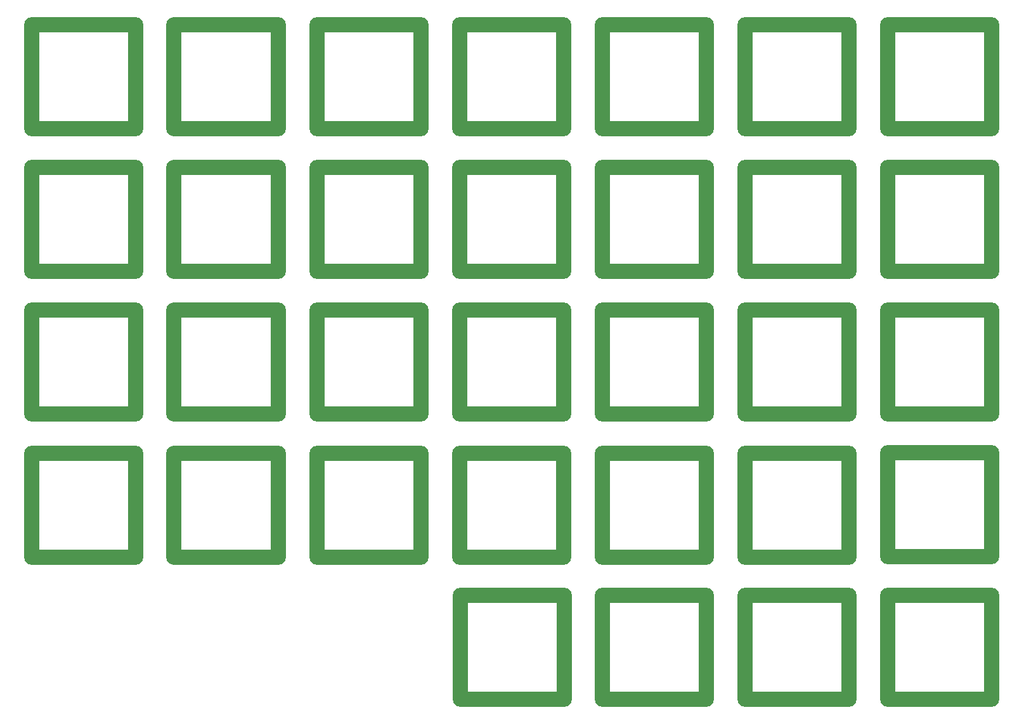
<source format=gbr>
%TF.GenerationSoftware,KiCad,Pcbnew,(7.0.0-0)*%
%TF.CreationDate,2023-03-07T00:12:56+09:00*%
%TF.ProjectId,11111_plates,31313131-315f-4706-9c61-7465732e6b69,rev?*%
%TF.SameCoordinates,Original*%
%TF.FileFunction,Copper,L2,Bot*%
%TF.FilePolarity,Positive*%
%FSLAX46Y46*%
G04 Gerber Fmt 4.6, Leading zero omitted, Abs format (unit mm)*
G04 Created by KiCad (PCBNEW (7.0.0-0)) date 2023-03-07 00:12:56*
%MOMM*%
%LPD*%
G01*
G04 APERTURE LIST*
%TA.AperFunction,ComponentPad*%
%ADD10O,15.900000X2.000000*%
%TD*%
%TA.AperFunction,ComponentPad*%
%ADD11O,2.000000X15.900000*%
%TD*%
G04 APERTURE END LIST*
D10*
%TO.P,SW46,1*%
%TO.N,N/C*%
X95884999Y-88356050D03*
X95884999Y-102256050D03*
D11*
X88934999Y-95306050D03*
X102834999Y-95306050D03*
%TD*%
D10*
%TO.P,SW34,1*%
%TO.N,N/C*%
X133984999Y-69186050D03*
X133984999Y-83086050D03*
D11*
X127034999Y-76136050D03*
X140934999Y-76136050D03*
%TD*%
D10*
%TO.P,SW15,1*%
%TO.N,N/C*%
X38734999Y-50136050D03*
X38734999Y-64036050D03*
D11*
X31784999Y-57086050D03*
X45684999Y-57086050D03*
%TD*%
D10*
%TO.P,SW45,1*%
%TO.N,N/C*%
X76834999Y-88356050D03*
X76834999Y-102256050D03*
D11*
X69884999Y-95306050D03*
X83784999Y-95306050D03*
%TD*%
D10*
%TO.P,SW57,1*%
%TO.N,N/C*%
X95944999Y-107286050D03*
X95944999Y-121186050D03*
D11*
X88994999Y-114236050D03*
X102894999Y-114236050D03*
%TD*%
D10*
%TO.P,SW1,1*%
%TO.N,N/C*%
X38734999Y-31086050D03*
X38734999Y-44986050D03*
D11*
X31784999Y-38036050D03*
X45684999Y-38036050D03*
%TD*%
D10*
%TO.P,SW58,1*%
%TO.N,N/C*%
X114934999Y-107286050D03*
X114934999Y-121186050D03*
D11*
X107984999Y-114236050D03*
X121884999Y-114236050D03*
%TD*%
D10*
%TO.P,SW16,1*%
%TO.N,N/C*%
X57714999Y-50136050D03*
X57714999Y-64036050D03*
D11*
X50764999Y-57086050D03*
X64664999Y-57086050D03*
%TD*%
D10*
%TO.P,SW19,1*%
%TO.N,N/C*%
X114934999Y-50136050D03*
X114934999Y-64036050D03*
D11*
X107984999Y-57086050D03*
X121884999Y-57086050D03*
%TD*%
D10*
%TO.P,SW43,1*%
%TO.N,N/C*%
X38734999Y-88356050D03*
X38734999Y-102256050D03*
D11*
X31784999Y-95306050D03*
X45684999Y-95306050D03*
%TD*%
D10*
%TO.P,SW47,1*%
%TO.N,N/C*%
X114934999Y-88356050D03*
X114934999Y-102256050D03*
D11*
X107984999Y-95306050D03*
X121884999Y-95306050D03*
%TD*%
D10*
%TO.P,SW35,1*%
%TO.N,N/C*%
X153034999Y-69186050D03*
X153034999Y-83086050D03*
D11*
X146084999Y-76136050D03*
X159984999Y-76136050D03*
%TD*%
D10*
%TO.P,SW30,1*%
%TO.N,N/C*%
X57714999Y-69186050D03*
X57714999Y-83086050D03*
D11*
X50764999Y-76136050D03*
X64664999Y-76136050D03*
%TD*%
D10*
%TO.P,SW33,1*%
%TO.N,N/C*%
X114934999Y-69186050D03*
X114934999Y-83086050D03*
D11*
X107984999Y-76136050D03*
X121884999Y-76136050D03*
%TD*%
D10*
%TO.P,SW6,1*%
%TO.N,N/C*%
X133984999Y-31086050D03*
X133984999Y-44986050D03*
D11*
X127034999Y-38036050D03*
X140934999Y-38036050D03*
%TD*%
D10*
%TO.P,SW44,1*%
%TO.N,N/C*%
X57714999Y-88356050D03*
X57714999Y-102256050D03*
D11*
X50764999Y-95306050D03*
X64664999Y-95306050D03*
%TD*%
D10*
%TO.P,SW49,1*%
%TO.N,N/C*%
X153034999Y-88236050D03*
X153034999Y-102136050D03*
D11*
X146084999Y-95186050D03*
X159984999Y-95186050D03*
%TD*%
D10*
%TO.P,SW21,1*%
%TO.N,N/C*%
X153034999Y-50136050D03*
X153034999Y-64036050D03*
D11*
X146084999Y-57086050D03*
X159984999Y-57086050D03*
%TD*%
D10*
%TO.P,SW29,1*%
%TO.N,N/C*%
X38734999Y-69186050D03*
X38734999Y-83086050D03*
D11*
X31784999Y-76136050D03*
X45684999Y-76136050D03*
%TD*%
D10*
%TO.P,SW4,1*%
%TO.N,N/C*%
X95884999Y-31086050D03*
X95884999Y-44986050D03*
D11*
X88934999Y-38036050D03*
X102834999Y-38036050D03*
%TD*%
D10*
%TO.P,SW59,1*%
%TO.N,N/C*%
X133984999Y-107286050D03*
X133984999Y-121186050D03*
D11*
X127034999Y-114236050D03*
X140934999Y-114236050D03*
%TD*%
D10*
%TO.P,SW20,1*%
%TO.N,N/C*%
X133984999Y-50136050D03*
X133984999Y-64036050D03*
D11*
X127034999Y-57086050D03*
X140934999Y-57086050D03*
%TD*%
D10*
%TO.P,SW32,1*%
%TO.N,N/C*%
X95884999Y-69186050D03*
X95884999Y-83086050D03*
D11*
X88934999Y-76136050D03*
X102834999Y-76136050D03*
%TD*%
D10*
%TO.P,SW2,1*%
%TO.N,N/C*%
X57714999Y-31086050D03*
X57714999Y-44986050D03*
D11*
X50764999Y-38036050D03*
X64664999Y-38036050D03*
%TD*%
D10*
%TO.P,SW3,1*%
%TO.N,N/C*%
X76834999Y-31086050D03*
X76834999Y-44986050D03*
D11*
X69884999Y-38036050D03*
X83784999Y-38036050D03*
%TD*%
D10*
%TO.P,SW7,1*%
%TO.N,N/C*%
X153034999Y-31086050D03*
X153034999Y-44986050D03*
D11*
X146084999Y-38036050D03*
X159984999Y-38036050D03*
%TD*%
D10*
%TO.P,SW17,1*%
%TO.N,N/C*%
X76834999Y-50136050D03*
X76834999Y-64036050D03*
D11*
X69884999Y-57086050D03*
X83784999Y-57086050D03*
%TD*%
D10*
%TO.P,SW48,1*%
%TO.N,N/C*%
X133984999Y-88356050D03*
X133984999Y-102256050D03*
D11*
X127034999Y-95306050D03*
X140934999Y-95306050D03*
%TD*%
D10*
%TO.P,SW60,1*%
%TO.N,N/C*%
X153034999Y-107286050D03*
X153034999Y-121186050D03*
D11*
X146084999Y-114236050D03*
X159984999Y-114236050D03*
%TD*%
D10*
%TO.P,SW18,1*%
%TO.N,N/C*%
X95884999Y-50136050D03*
X95884999Y-64036050D03*
D11*
X88934999Y-57086050D03*
X102834999Y-57086050D03*
%TD*%
D10*
%TO.P,SW31,1*%
%TO.N,N/C*%
X76834999Y-69186050D03*
X76834999Y-83086050D03*
D11*
X69884999Y-76136050D03*
X83784999Y-76136050D03*
%TD*%
D10*
%TO.P,SW5,1*%
%TO.N,N/C*%
X114934999Y-31086050D03*
X114934999Y-44986050D03*
D11*
X107984999Y-38036050D03*
X121884999Y-38036050D03*
%TD*%
M02*

</source>
